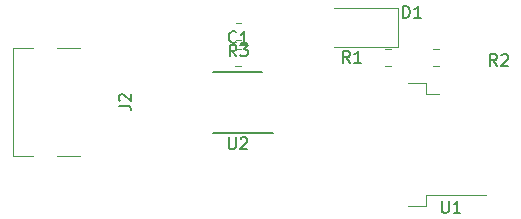
<source format=gbr>
%TF.GenerationSoftware,KiCad,Pcbnew,(5.1.7)-1*%
%TF.CreationDate,2021-04-30T22:35:11+08:00*%
%TF.ProjectId,t12_pps_power,7431325f-7070-4735-9f70-6f7765722e6b,rev?*%
%TF.SameCoordinates,Original*%
%TF.FileFunction,Legend,Top*%
%TF.FilePolarity,Positive*%
%FSLAX46Y46*%
G04 Gerber Fmt 4.6, Leading zero omitted, Abs format (unit mm)*
G04 Created by KiCad (PCBNEW (5.1.7)-1) date 2021-04-30 22:35:11*
%MOMM*%
%LPD*%
G01*
G04 APERTURE LIST*
%ADD10C,0.120000*%
%ADD11C,0.150000*%
G04 APERTURE END LIST*
D10*
%TO.C,C1*%
X60728748Y-69115000D02*
X61251252Y-69115000D01*
X60728748Y-70585000D02*
X61251252Y-70585000D01*
%TO.C,D1*%
X74520000Y-68960000D02*
X74520000Y-65660000D01*
X74520000Y-65660000D02*
X69120000Y-65660000D01*
X74520000Y-68960000D02*
X69120000Y-68960000D01*
%TO.C,J2*%
X47570000Y-69020000D02*
X45650000Y-69020000D01*
X45650000Y-78180000D02*
X47570000Y-78180000D01*
X43640000Y-78180000D02*
X41935000Y-78180000D01*
X41935000Y-69020000D02*
X43640000Y-69020000D01*
X41935000Y-78180000D02*
X41935000Y-69020000D01*
%TO.C,R1*%
X73887064Y-69115000D02*
X73432936Y-69115000D01*
X73887064Y-70585000D02*
X73432936Y-70585000D01*
%TO.C,R2*%
X77951064Y-70585000D02*
X77496936Y-70585000D01*
X77951064Y-69115000D02*
X77496936Y-69115000D01*
%TO.C,R3*%
X61227064Y-68385000D02*
X60772936Y-68385000D01*
X61227064Y-66915000D02*
X60772936Y-66915000D01*
%TO.C,U1*%
X75364000Y-82416000D02*
X76864000Y-82416000D01*
X76864000Y-82416000D02*
X76864000Y-81466000D01*
X76864000Y-81466000D02*
X81989000Y-81466000D01*
X75364000Y-72016000D02*
X76864000Y-72016000D01*
X76864000Y-72016000D02*
X76864000Y-72966000D01*
X76864000Y-72966000D02*
X77964000Y-72966000D01*
D11*
%TO.C,U2*%
X63960000Y-76230000D02*
X58890000Y-76230000D01*
X63030000Y-71090000D02*
X58890000Y-71090000D01*
%TO.C,C1*%
X60823333Y-68527142D02*
X60775714Y-68574761D01*
X60632857Y-68622380D01*
X60537619Y-68622380D01*
X60394761Y-68574761D01*
X60299523Y-68479523D01*
X60251904Y-68384285D01*
X60204285Y-68193809D01*
X60204285Y-68050952D01*
X60251904Y-67860476D01*
X60299523Y-67765238D01*
X60394761Y-67670000D01*
X60537619Y-67622380D01*
X60632857Y-67622380D01*
X60775714Y-67670000D01*
X60823333Y-67717619D01*
X61775714Y-68622380D02*
X61204285Y-68622380D01*
X61490000Y-68622380D02*
X61490000Y-67622380D01*
X61394761Y-67765238D01*
X61299523Y-67860476D01*
X61204285Y-67908095D01*
%TO.C,D1*%
X74953904Y-66492380D02*
X74953904Y-65492380D01*
X75192000Y-65492380D01*
X75334857Y-65540000D01*
X75430095Y-65635238D01*
X75477714Y-65730476D01*
X75525333Y-65920952D01*
X75525333Y-66063809D01*
X75477714Y-66254285D01*
X75430095Y-66349523D01*
X75334857Y-66444761D01*
X75192000Y-66492380D01*
X74953904Y-66492380D01*
X76477714Y-66492380D02*
X75906285Y-66492380D01*
X76192000Y-66492380D02*
X76192000Y-65492380D01*
X76096761Y-65635238D01*
X76001523Y-65730476D01*
X75906285Y-65778095D01*
%TO.C,J2*%
X50887380Y-73933333D02*
X51601666Y-73933333D01*
X51744523Y-73980952D01*
X51839761Y-74076190D01*
X51887380Y-74219047D01*
X51887380Y-74314285D01*
X50982619Y-73504761D02*
X50935000Y-73457142D01*
X50887380Y-73361904D01*
X50887380Y-73123809D01*
X50935000Y-73028571D01*
X50982619Y-72980952D01*
X51077857Y-72933333D01*
X51173095Y-72933333D01*
X51315952Y-72980952D01*
X51887380Y-73552380D01*
X51887380Y-72933333D01*
%TO.C,R1*%
X70445333Y-70302380D02*
X70112000Y-69826190D01*
X69873904Y-70302380D02*
X69873904Y-69302380D01*
X70254857Y-69302380D01*
X70350095Y-69350000D01*
X70397714Y-69397619D01*
X70445333Y-69492857D01*
X70445333Y-69635714D01*
X70397714Y-69730952D01*
X70350095Y-69778571D01*
X70254857Y-69826190D01*
X69873904Y-69826190D01*
X71397714Y-70302380D02*
X70826285Y-70302380D01*
X71112000Y-70302380D02*
X71112000Y-69302380D01*
X71016761Y-69445238D01*
X70921523Y-69540476D01*
X70826285Y-69588095D01*
%TO.C,R2*%
X82891333Y-70556380D02*
X82558000Y-70080190D01*
X82319904Y-70556380D02*
X82319904Y-69556380D01*
X82700857Y-69556380D01*
X82796095Y-69604000D01*
X82843714Y-69651619D01*
X82891333Y-69746857D01*
X82891333Y-69889714D01*
X82843714Y-69984952D01*
X82796095Y-70032571D01*
X82700857Y-70080190D01*
X82319904Y-70080190D01*
X83272285Y-69651619D02*
X83319904Y-69604000D01*
X83415142Y-69556380D01*
X83653238Y-69556380D01*
X83748476Y-69604000D01*
X83796095Y-69651619D01*
X83843714Y-69746857D01*
X83843714Y-69842095D01*
X83796095Y-69984952D01*
X83224666Y-70556380D01*
X83843714Y-70556380D01*
%TO.C,R3*%
X60833333Y-69752380D02*
X60500000Y-69276190D01*
X60261904Y-69752380D02*
X60261904Y-68752380D01*
X60642857Y-68752380D01*
X60738095Y-68800000D01*
X60785714Y-68847619D01*
X60833333Y-68942857D01*
X60833333Y-69085714D01*
X60785714Y-69180952D01*
X60738095Y-69228571D01*
X60642857Y-69276190D01*
X60261904Y-69276190D01*
X61166666Y-68752380D02*
X61785714Y-68752380D01*
X61452380Y-69133333D01*
X61595238Y-69133333D01*
X61690476Y-69180952D01*
X61738095Y-69228571D01*
X61785714Y-69323809D01*
X61785714Y-69561904D01*
X61738095Y-69657142D01*
X61690476Y-69704761D01*
X61595238Y-69752380D01*
X61309523Y-69752380D01*
X61214285Y-69704761D01*
X61166666Y-69657142D01*
%TO.C,U1*%
X78232095Y-82002380D02*
X78232095Y-82811904D01*
X78279714Y-82907142D01*
X78327333Y-82954761D01*
X78422571Y-83002380D01*
X78613047Y-83002380D01*
X78708285Y-82954761D01*
X78755904Y-82907142D01*
X78803523Y-82811904D01*
X78803523Y-82002380D01*
X79803523Y-83002380D02*
X79232095Y-83002380D01*
X79517809Y-83002380D02*
X79517809Y-82002380D01*
X79422571Y-82145238D01*
X79327333Y-82240476D01*
X79232095Y-82288095D01*
%TO.C,U2*%
X60198095Y-76612380D02*
X60198095Y-77421904D01*
X60245714Y-77517142D01*
X60293333Y-77564761D01*
X60388571Y-77612380D01*
X60579047Y-77612380D01*
X60674285Y-77564761D01*
X60721904Y-77517142D01*
X60769523Y-77421904D01*
X60769523Y-76612380D01*
X61198095Y-76707619D02*
X61245714Y-76660000D01*
X61340952Y-76612380D01*
X61579047Y-76612380D01*
X61674285Y-76660000D01*
X61721904Y-76707619D01*
X61769523Y-76802857D01*
X61769523Y-76898095D01*
X61721904Y-77040952D01*
X61150476Y-77612380D01*
X61769523Y-77612380D01*
%TD*%
M02*

</source>
